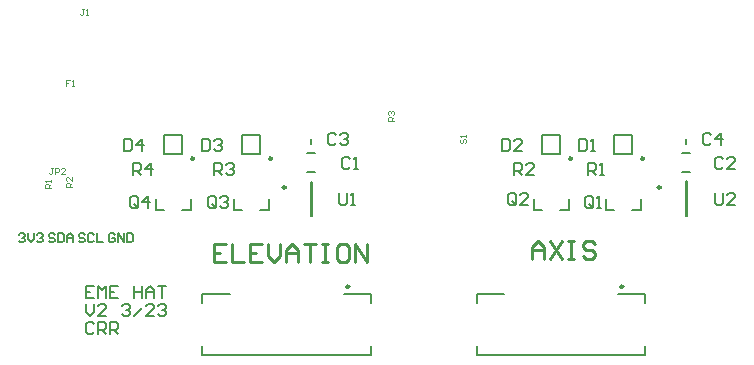
<source format=gto>
G04*
G04 #@! TF.GenerationSoftware,Altium Limited,Altium Designer,23.3.1 (30)*
G04*
G04 Layer_Color=65535*
%FSLAX26Y26*%
%MOIN*%
G70*
G04*
G04 #@! TF.SameCoordinates,CCAFB082-66E9-4EF7-9244-D7FC5D9F632E*
G04*
G04*
G04 #@! TF.FilePolarity,Positive*
G04*
G01*
G75*
%ADD10C,0.009842*%
%ADD11C,0.007874*%
%ADD12C,0.005906*%
%ADD13C,0.008000*%
%ADD14C,0.005000*%
%ADD15C,0.010000*%
%ADD16C,0.004080*%
D10*
X1176417Y247401D02*
G03*
X1176417Y247401I-4921J0D01*
G01*
X964947Y577402D02*
G03*
X964947Y577402I-4921J0D01*
G01*
X659291Y674331D02*
G03*
X659291Y674331I-4921J0D01*
G01*
X919291D02*
G03*
X919291Y674331I-4921J0D01*
G01*
X1919291D02*
G03*
X1919291Y674331I-4921J0D01*
G01*
X2159291D02*
G03*
X2159291Y674331I-4921J0D01*
G01*
X2090197Y247401D02*
G03*
X2090197Y247401I-4921J0D01*
G01*
X2214947Y578268D02*
G03*
X2214947Y578268I-4921J0D01*
G01*
D11*
X1250236Y19056D02*
Y50552D01*
Y192284D02*
Y223780D01*
X687244Y19056D02*
X1250236D01*
X1157716Y223780D02*
X1250236D01*
X687244Y192284D02*
Y223780D01*
Y19056D02*
Y50552D01*
Y223780D02*
X779764D01*
X1036220Y691496D02*
X1063780D01*
X1036220Y628504D02*
X1063780D01*
X1052084Y482914D02*
Y597086D01*
X1047916Y482914D02*
X1052084D01*
X1047916D02*
Y597086D01*
X1052084D01*
X559292Y688504D02*
Y751496D01*
X620708D01*
X559292Y688504D02*
X620708D01*
Y751496D01*
X819292Y688504D02*
Y751496D01*
X880708D01*
X819292Y688504D02*
X880708D01*
Y751496D01*
X1819292Y688504D02*
Y751496D01*
X1880708D01*
X1819292Y688504D02*
X1880708D01*
Y751496D01*
X2059292Y688504D02*
Y751496D01*
X2120708D01*
X2059292Y688504D02*
X2120708D01*
Y751496D01*
X2164016Y19056D02*
Y50552D01*
Y192284D02*
Y223780D01*
X1601024Y19056D02*
X2164016D01*
X2071496Y223780D02*
X2164016D01*
X1601024Y192284D02*
Y223780D01*
Y19056D02*
Y50552D01*
Y223780D02*
X1693544D01*
X2302084Y483780D02*
Y597952D01*
X2297916Y483780D02*
X2302084D01*
X2297916D02*
Y597952D01*
X2302084D01*
X2286220Y691496D02*
X2313780D01*
X2286220Y628504D02*
X2313780D01*
X790944Y502440D02*
Y540826D01*
X880512Y502440D02*
X909056D01*
X790944D02*
X819488D01*
X909056D02*
Y540826D01*
X2030944Y502440D02*
Y540826D01*
X2120512Y502440D02*
X2149056D01*
X2030944D02*
X2059488D01*
X2149056D02*
Y540826D01*
X530944Y502440D02*
Y540826D01*
X620512Y502440D02*
X649056D01*
X530944D02*
X559488D01*
X649056D02*
Y540826D01*
X1790944Y502440D02*
Y540826D01*
X1880512Y502440D02*
X1909056D01*
X1790944D02*
X1819488D01*
X1909056D02*
Y540826D01*
D12*
X1050000Y722126D02*
Y737874D01*
X2300000Y722126D02*
Y737874D01*
D13*
X324658Y121323D02*
X317993Y127987D01*
X304664D01*
X298000Y121323D01*
Y94665D01*
X304664Y88000D01*
X317993D01*
X324658Y94665D01*
X337987Y88000D02*
Y127987D01*
X357981D01*
X364645Y121323D01*
Y107993D01*
X357981Y101329D01*
X337987D01*
X351316D02*
X364645Y88000D01*
X377974D02*
Y127987D01*
X397968D01*
X404632Y121323D01*
Y107993D01*
X397968Y101329D01*
X377974D01*
X391303D02*
X404632Y88000D01*
X298000Y187987D02*
Y161329D01*
X311329Y148000D01*
X324658Y161329D01*
Y187987D01*
X364645Y148000D02*
X337987D01*
X364645Y174658D01*
Y181323D01*
X357981Y187987D01*
X344652D01*
X337987Y181323D01*
X417961D02*
X424626Y187987D01*
X437955D01*
X444619Y181323D01*
Y174658D01*
X437955Y167994D01*
X431290D01*
X437955D01*
X444619Y161329D01*
Y154665D01*
X437955Y148000D01*
X424626D01*
X417961Y154665D01*
X457948Y148000D02*
X484606Y174658D01*
X524593Y148000D02*
X497935D01*
X524593Y174658D01*
Y181323D01*
X517929Y187987D01*
X504600D01*
X497935Y181323D01*
X537923D02*
X544587Y187987D01*
X557916D01*
X564581Y181323D01*
Y174658D01*
X557916Y167994D01*
X551252D01*
X557916D01*
X564581Y161329D01*
Y154665D01*
X557916Y148000D01*
X544587D01*
X537923Y154665D01*
X324658Y247987D02*
X298000D01*
Y208000D01*
X324658D01*
X298000Y227994D02*
X311329D01*
X337987Y208000D02*
Y247987D01*
X351316Y234658D01*
X364645Y247987D01*
Y208000D01*
X404632Y247987D02*
X377974D01*
Y208000D01*
X404632D01*
X377974Y227994D02*
X391303D01*
X457948Y247987D02*
Y208000D01*
Y227994D01*
X484606D01*
Y247987D01*
Y208000D01*
X497935D02*
Y234658D01*
X511264Y247987D01*
X524593Y234658D01*
Y208000D01*
Y227994D01*
X497935D01*
X537923Y247987D02*
X564581D01*
X551252D01*
Y208000D01*
X1180000Y673329D02*
X1173335Y679994D01*
X1160006D01*
X1153342Y673329D01*
Y646671D01*
X1160006Y640006D01*
X1173335D01*
X1180000Y646671D01*
X1193329Y640006D02*
X1206658D01*
X1199994D01*
Y679994D01*
X1193329Y673329D01*
X1143342Y559994D02*
Y526671D01*
X1150006Y520006D01*
X1163335D01*
X1170000Y526671D01*
Y559994D01*
X1183329Y520006D02*
X1196658D01*
X1189994D01*
Y559994D01*
X1183329Y553329D01*
X1133335Y753329D02*
X1126671Y759994D01*
X1113342D01*
X1106678Y753329D01*
Y726671D01*
X1113342Y720006D01*
X1126671D01*
X1133335Y726671D01*
X1146665Y753329D02*
X1153329Y759994D01*
X1166658D01*
X1173323Y753329D01*
Y746664D01*
X1166658Y740000D01*
X1159994D01*
X1166658D01*
X1173323Y733336D01*
Y726671D01*
X1166658Y720006D01*
X1153329D01*
X1146665Y726671D01*
X2396677Y559994D02*
Y526671D01*
X2403342Y520006D01*
X2416671D01*
X2423336Y526671D01*
Y559994D01*
X2463323Y520006D02*
X2436665D01*
X2463323Y546664D01*
Y553329D01*
X2456658Y559994D01*
X2443329D01*
X2436665Y553329D01*
X2383336Y753329D02*
X2376671Y759994D01*
X2363342D01*
X2356677Y753329D01*
Y726671D01*
X2363342Y720006D01*
X2376671D01*
X2383336Y726671D01*
X2416658Y720006D02*
Y759994D01*
X2396665Y740000D01*
X2423323D01*
X2423336Y673329D02*
X2416671Y679994D01*
X2403342D01*
X2396677Y673329D01*
Y646671D01*
X2403342Y640006D01*
X2416671D01*
X2423336Y646671D01*
X2463323Y640006D02*
X2436665D01*
X2463323Y666664D01*
Y673329D01*
X2456658Y679994D01*
X2443329D01*
X2436665Y673329D01*
X733336Y516671D02*
Y543329D01*
X726671Y549994D01*
X713342D01*
X706678Y543329D01*
Y516671D01*
X713342Y510007D01*
X726671D01*
X720006Y523336D02*
X733336Y510007D01*
X726671D02*
X733336Y516671D01*
X746665Y543329D02*
X753329Y549994D01*
X766658D01*
X773323Y543329D01*
Y536664D01*
X766658Y530000D01*
X759994D01*
X766658D01*
X773323Y523336D01*
Y516671D01*
X766658Y510007D01*
X753329D01*
X746665Y516671D01*
X1990000D02*
Y543329D01*
X1983335Y549994D01*
X1970006D01*
X1963342Y543329D01*
Y516671D01*
X1970006Y510007D01*
X1983335D01*
X1976671Y523336D02*
X1990000Y510007D01*
X1983335D02*
X1990000Y516671D01*
X2003329Y510007D02*
X2016658D01*
X2009994D01*
Y549994D01*
X2003329Y543329D01*
X726678Y620006D02*
Y659994D01*
X746671D01*
X753336Y653329D01*
Y640000D01*
X746671Y633336D01*
X726678D01*
X740006D02*
X753336Y620006D01*
X766665Y653329D02*
X773329Y659994D01*
X786658D01*
X793323Y653329D01*
Y646664D01*
X786658Y640000D01*
X779994D01*
X786658D01*
X793323Y633336D01*
Y626671D01*
X786658Y620006D01*
X773329D01*
X766665Y626671D01*
X1973342Y620006D02*
Y659994D01*
X1993335D01*
X2000000Y653329D01*
Y640000D01*
X1993335Y633336D01*
X1973342D01*
X1986671D02*
X2000000Y620006D01*
X2013329D02*
X2026658D01*
X2019994D01*
Y659994D01*
X2013329Y653329D01*
X686678Y739994D02*
Y700006D01*
X706671D01*
X713336Y706671D01*
Y733329D01*
X706671Y739994D01*
X686678D01*
X726665Y733329D02*
X733329Y739994D01*
X746658D01*
X753323Y733329D01*
Y726664D01*
X746658Y720000D01*
X739994D01*
X746658D01*
X753323Y713336D01*
Y706671D01*
X746658Y700006D01*
X733329D01*
X726665Y706671D01*
X1943342Y739994D02*
Y700006D01*
X1963335D01*
X1970000Y706671D01*
Y733329D01*
X1963335Y739994D01*
X1943342D01*
X1983329Y700006D02*
X1996658D01*
X1989994D01*
Y739994D01*
X1983329Y733329D01*
X473336Y516671D02*
Y543329D01*
X466671Y549994D01*
X453342D01*
X446678Y543329D01*
Y516671D01*
X453342Y510007D01*
X466671D01*
X460007Y523336D02*
X473336Y510007D01*
X466671D02*
X473336Y516671D01*
X506658Y510007D02*
Y549994D01*
X486665Y530000D01*
X513323D01*
X1733335Y526671D02*
Y553329D01*
X1726671Y559994D01*
X1713342D01*
X1706678Y553329D01*
Y526671D01*
X1713342Y520006D01*
X1726671D01*
X1720006Y533336D02*
X1733335Y520006D01*
X1726671D02*
X1733335Y526671D01*
X1773323Y520006D02*
X1746665D01*
X1773323Y546664D01*
Y553329D01*
X1766658Y559994D01*
X1753329D01*
X1746665Y553329D01*
X456678Y620006D02*
Y659994D01*
X476671D01*
X483336Y653329D01*
Y640000D01*
X476671Y633336D01*
X456678D01*
X470007D02*
X483336Y620006D01*
X516658D02*
Y659994D01*
X496665Y640000D01*
X523323D01*
X1726678Y620006D02*
Y659994D01*
X1746671D01*
X1753335Y653329D01*
Y640000D01*
X1746671Y633336D01*
X1726678D01*
X1740006D02*
X1753335Y620006D01*
X1793323D02*
X1766665D01*
X1793323Y646664D01*
Y653329D01*
X1786658Y659994D01*
X1773329D01*
X1766665Y653329D01*
X426678Y739994D02*
Y700006D01*
X446671D01*
X453336Y706671D01*
Y733329D01*
X446671Y739994D01*
X426678D01*
X486658Y700006D02*
Y739994D01*
X466665Y720000D01*
X493323D01*
X1686678Y739994D02*
Y700006D01*
X1706671D01*
X1713335Y706671D01*
Y733329D01*
X1706671Y739994D01*
X1686678D01*
X1753323Y700006D02*
X1726665D01*
X1753323Y726664D01*
Y733329D01*
X1746658Y739994D01*
X1733329D01*
X1726665Y733329D01*
D14*
X294993Y419992D02*
X289995Y424990D01*
X279998D01*
X275000Y419992D01*
Y414993D01*
X279998Y409995D01*
X289995D01*
X294993Y404997D01*
Y399998D01*
X289995Y395000D01*
X279998D01*
X275000Y399998D01*
X324984Y419992D02*
X319986Y424990D01*
X309989D01*
X304990Y419992D01*
Y399998D01*
X309989Y395000D01*
X319986D01*
X324984Y399998D01*
X334981Y424990D02*
Y395000D01*
X354974D01*
X194994Y419992D02*
X189995Y424990D01*
X179998D01*
X175000Y419992D01*
Y414993D01*
X179998Y409995D01*
X189995D01*
X194994Y404997D01*
Y399998D01*
X189995Y395000D01*
X179998D01*
X175000Y399998D01*
X204990Y424990D02*
Y395000D01*
X219986D01*
X224984Y399998D01*
Y419992D01*
X219986Y424990D01*
X204990D01*
X234981Y395000D02*
Y414993D01*
X244977Y424990D01*
X254974Y414993D01*
Y395000D01*
Y409995D01*
X234981D01*
X394993Y419992D02*
X389995Y424990D01*
X379998D01*
X375000Y419992D01*
Y399998D01*
X379998Y395000D01*
X389995D01*
X394993Y399998D01*
Y409995D01*
X384997D01*
X404990Y395000D02*
Y424990D01*
X424984Y395000D01*
Y424990D01*
X434981D02*
Y395000D01*
X449976D01*
X454974Y399998D01*
Y419992D01*
X449976Y424990D01*
X434981D01*
X75000Y419992D02*
X79998Y424990D01*
X89995D01*
X94993Y419992D01*
Y414993D01*
X89995Y409995D01*
X84997D01*
X89995D01*
X94993Y404997D01*
Y399998D01*
X89995Y395000D01*
X79998D01*
X75000Y399998D01*
X104990Y424990D02*
Y404997D01*
X114987Y395000D01*
X124984Y404997D01*
Y424990D01*
X134981Y419992D02*
X139979Y424990D01*
X149976D01*
X154974Y419992D01*
Y414993D01*
X149976Y409995D01*
X144977D01*
X149976D01*
X154974Y404997D01*
Y399998D01*
X149976Y395000D01*
X139979D01*
X134981Y399998D01*
D15*
X765070Y389990D02*
X725082D01*
Y330010D01*
X765070D01*
X725082Y360000D02*
X745076D01*
X785063Y389990D02*
Y330010D01*
X825050D01*
X885031Y389990D02*
X845044D01*
Y330010D01*
X885031D01*
X845044Y360000D02*
X865037D01*
X905024Y389990D02*
Y350003D01*
X925018Y330010D01*
X945011Y350003D01*
Y389990D01*
X965005Y330010D02*
Y369997D01*
X984998Y389990D01*
X1004992Y369997D01*
Y330010D01*
Y360000D01*
X965005D01*
X1024986Y389990D02*
X1064973D01*
X1044979D01*
Y330010D01*
X1084966Y389990D02*
X1104960D01*
X1094963D01*
Y330010D01*
X1084966D01*
X1104960D01*
X1164940Y389990D02*
X1144947D01*
X1134950Y379993D01*
Y340007D01*
X1144947Y330010D01*
X1164940D01*
X1174937Y340007D01*
Y379993D01*
X1164940Y389990D01*
X1194930Y330010D02*
Y389990D01*
X1234918Y330010D01*
Y389990D01*
X1785034Y340010D02*
Y379997D01*
X1805027Y399990D01*
X1825021Y379997D01*
Y340010D01*
Y370000D01*
X1785034D01*
X1845015Y399990D02*
X1885002Y340010D01*
Y399990D02*
X1845015Y340010D01*
X1904995Y399990D02*
X1924989D01*
X1914992D01*
Y340010D01*
X1904995D01*
X1924989D01*
X1994966Y389993D02*
X1984969Y399990D01*
X1964976D01*
X1954979Y389993D01*
Y379997D01*
X1964976Y370000D01*
X1984969D01*
X1994966Y360003D01*
Y350007D01*
X1984969Y340010D01*
X1964976D01*
X1954979Y350007D01*
D16*
X1548883Y738244D02*
X1545484Y734846D01*
Y728048D01*
X1548883Y724649D01*
X1552282D01*
X1555681Y728048D01*
Y734846D01*
X1559080Y738244D01*
X1562479D01*
X1565878Y734846D01*
Y728048D01*
X1562479Y724649D01*
X1565878Y745042D02*
Y751840D01*
Y748441D01*
X1545484D01*
X1548883Y745042D01*
X245920Y935393D02*
X232324D01*
Y925197D01*
X239122D01*
X232324D01*
Y915000D01*
X252718D02*
X259516D01*
X256117D01*
Y935393D01*
X252718Y931995D01*
X1327479Y797851D02*
X1307085D01*
Y808048D01*
X1310484Y811447D01*
X1317282D01*
X1320681Y808048D01*
Y797851D01*
Y804649D02*
X1327479Y811447D01*
X1310484Y818244D02*
X1307085Y821643D01*
Y828441D01*
X1310484Y831840D01*
X1313883D01*
X1317282Y828441D01*
Y825042D01*
Y828441D01*
X1320681Y831840D01*
X1324080D01*
X1327479Y828441D01*
Y821643D01*
X1324080Y818244D01*
X252696Y579030D02*
X232302D01*
Y589227D01*
X235701Y592626D01*
X242499D01*
X245898Y589227D01*
Y579030D01*
Y585828D02*
X252696Y592626D01*
Y613019D02*
Y599423D01*
X239100Y613019D01*
X235701D01*
X232302Y609620D01*
Y602822D01*
X235701Y599423D01*
X182834Y577030D02*
X162441D01*
Y587227D01*
X165840Y590626D01*
X172638D01*
X176037Y587227D01*
Y577030D01*
Y583828D02*
X182834Y590626D01*
Y597423D02*
Y604221D01*
Y600822D01*
X162441D01*
X165840Y597423D01*
X189782Y641840D02*
X182984D01*
X186383D01*
Y624846D01*
X182984Y621447D01*
X179585D01*
X176186Y624846D01*
X196580Y621447D02*
Y641840D01*
X206776D01*
X210175Y638441D01*
Y631643D01*
X206776Y628244D01*
X196580D01*
X230569Y621447D02*
X216973D01*
X230569Y635042D01*
Y638441D01*
X227170Y641840D01*
X220372D01*
X216973Y638441D01*
X293126Y1172523D02*
X286328D01*
X289727D01*
Y1155529D01*
X286328Y1152130D01*
X282929D01*
X279530Y1155529D01*
X299923Y1152130D02*
X306721D01*
X303322D01*
Y1172523D01*
X299923Y1169124D01*
M02*

</source>
